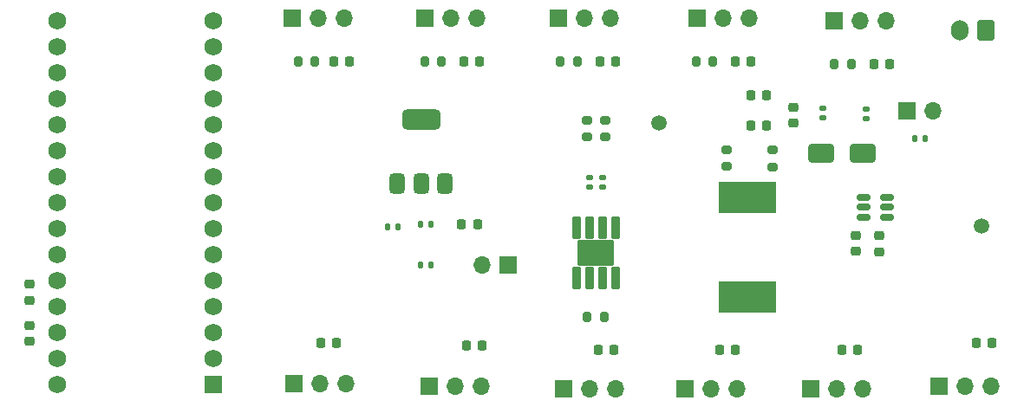
<source format=gbr>
%TF.GenerationSoftware,KiCad,Pcbnew,8.0.7*%
%TF.CreationDate,2024-12-28T13:40:39+03:00*%
%TF.ProjectId,FiveSwitch,46697665-5377-4697-9463-682e6b696361,rev?*%
%TF.SameCoordinates,Original*%
%TF.FileFunction,Soldermask,Top*%
%TF.FilePolarity,Negative*%
%FSLAX46Y46*%
G04 Gerber Fmt 4.6, Leading zero omitted, Abs format (unit mm)*
G04 Created by KiCad (PCBNEW 8.0.7) date 2024-12-28 13:40:39*
%MOMM*%
%LPD*%
G01*
G04 APERTURE LIST*
G04 Aperture macros list*
%AMRoundRect*
0 Rectangle with rounded corners*
0 $1 Rounding radius*
0 $2 $3 $4 $5 $6 $7 $8 $9 X,Y pos of 4 corners*
0 Add a 4 corners polygon primitive as box body*
4,1,4,$2,$3,$4,$5,$6,$7,$8,$9,$2,$3,0*
0 Add four circle primitives for the rounded corners*
1,1,$1+$1,$2,$3*
1,1,$1+$1,$4,$5*
1,1,$1+$1,$6,$7*
1,1,$1+$1,$8,$9*
0 Add four rect primitives between the rounded corners*
20,1,$1+$1,$2,$3,$4,$5,0*
20,1,$1+$1,$4,$5,$6,$7,0*
20,1,$1+$1,$6,$7,$8,$9,0*
20,1,$1+$1,$8,$9,$2,$3,0*%
G04 Aperture macros list end*
%ADD10R,1.700000X1.700000*%
%ADD11O,1.700000X1.700000*%
%ADD12RoundRect,0.200000X0.275000X-0.200000X0.275000X0.200000X-0.275000X0.200000X-0.275000X-0.200000X0*%
%ADD13RoundRect,0.225000X-0.250000X0.225000X-0.250000X-0.225000X0.250000X-0.225000X0.250000X0.225000X0*%
%ADD14RoundRect,0.225000X-0.225000X-0.250000X0.225000X-0.250000X0.225000X0.250000X-0.225000X0.250000X0*%
%ADD15RoundRect,0.200000X-0.275000X0.200000X-0.275000X-0.200000X0.275000X-0.200000X0.275000X0.200000X0*%
%ADD16RoundRect,0.250000X0.600000X0.750000X-0.600000X0.750000X-0.600000X-0.750000X0.600000X-0.750000X0*%
%ADD17O,1.700000X2.000000*%
%ADD18RoundRect,0.200000X-0.200000X-0.275000X0.200000X-0.275000X0.200000X0.275000X-0.200000X0.275000X0*%
%ADD19RoundRect,0.200000X0.200000X0.275000X-0.200000X0.275000X-0.200000X-0.275000X0.200000X-0.275000X0*%
%ADD20RoundRect,0.102000X0.762000X-0.762000X0.762000X0.762000X-0.762000X0.762000X-0.762000X-0.762000X0*%
%ADD21C,1.728000*%
%ADD22RoundRect,0.147500X0.172500X-0.147500X0.172500X0.147500X-0.172500X0.147500X-0.172500X-0.147500X0*%
%ADD23RoundRect,0.225000X0.225000X0.250000X-0.225000X0.250000X-0.225000X-0.250000X0.225000X-0.250000X0*%
%ADD24RoundRect,0.135000X-0.135000X-0.185000X0.135000X-0.185000X0.135000X0.185000X-0.135000X0.185000X0*%
%ADD25RoundRect,0.102000X-2.700000X1.450000X-2.700000X-1.450000X2.700000X-1.450000X2.700000X1.450000X0*%
%ADD26RoundRect,0.225000X0.250000X-0.225000X0.250000X0.225000X-0.250000X0.225000X-0.250000X-0.225000X0*%
%ADD27C,1.500000*%
%ADD28RoundRect,0.375000X0.375000X-0.625000X0.375000X0.625000X-0.375000X0.625000X-0.375000X-0.625000X0*%
%ADD29RoundRect,0.500000X1.400000X-0.500000X1.400000X0.500000X-1.400000X0.500000X-1.400000X-0.500000X0*%
%ADD30RoundRect,0.218750X-0.218750X-0.256250X0.218750X-0.256250X0.218750X0.256250X-0.218750X0.256250X0*%
%ADD31RoundRect,0.140000X-0.170000X0.140000X-0.170000X-0.140000X0.170000X-0.140000X0.170000X0.140000X0*%
%ADD32RoundRect,0.250000X-1.000000X-0.650000X1.000000X-0.650000X1.000000X0.650000X-1.000000X0.650000X0*%
%ADD33RoundRect,0.218750X0.256250X-0.218750X0.256250X0.218750X-0.256250X0.218750X-0.256250X-0.218750X0*%
%ADD34RoundRect,0.150000X-0.512500X-0.150000X0.512500X-0.150000X0.512500X0.150000X-0.512500X0.150000X0*%
%ADD35RoundRect,0.100500X0.301500X-0.986500X0.301500X0.986500X-0.301500X0.986500X-0.301500X-0.986500X0*%
%ADD36RoundRect,0.102000X1.651000X-1.206500X1.651000X1.206500X-1.651000X1.206500X-1.651000X-1.206500X0*%
G04 APERTURE END LIST*
D10*
%TO.C,J11*%
X152210000Y-55725000D03*
D11*
X154750000Y-55725000D03*
X157290000Y-55725000D03*
%TD*%
D12*
%TO.C,R8*%
X168612500Y-70200000D03*
X168612500Y-68550000D03*
%TD*%
D13*
%TO.C,C1*%
X100500000Y-85750000D03*
X100500000Y-87300000D03*
%TD*%
D10*
%TO.C,J7*%
X164560702Y-91935837D03*
D11*
X167100702Y-91935837D03*
X169640702Y-91935837D03*
%TD*%
D10*
%TO.C,J2*%
X139560702Y-91685837D03*
D11*
X142100702Y-91685837D03*
X144640702Y-91685837D03*
%TD*%
D10*
%TO.C,J10*%
X139120000Y-55725000D03*
D11*
X141660000Y-55725000D03*
X144200000Y-55725000D03*
%TD*%
D14*
%TO.C,C17*%
X156200000Y-59975000D03*
X157750000Y-59975000D03*
%TD*%
D10*
%TO.C,J5*%
X186210000Y-64750000D03*
D11*
X188750000Y-64750000D03*
%TD*%
D15*
%TO.C,R3*%
X156750000Y-65705000D03*
X156750000Y-67355000D03*
%TD*%
D16*
%TO.C,J4*%
X193887123Y-56883099D03*
D17*
X191387123Y-56883099D03*
%TD*%
D14*
%TO.C,C3*%
X128950000Y-87435837D03*
X130500000Y-87435837D03*
%TD*%
D18*
%TO.C,R5*%
X126750000Y-59975000D03*
X128400000Y-59975000D03*
%TD*%
D13*
%TO.C,C6*%
X181250000Y-76950000D03*
X181250000Y-78500000D03*
%TD*%
D10*
%TO.C,J8*%
X176810702Y-91935837D03*
D11*
X179350702Y-91935837D03*
X181890702Y-91935837D03*
%TD*%
D19*
%TO.C,R6*%
X156650000Y-84955000D03*
X155000000Y-84955000D03*
%TD*%
D15*
%TO.C,R4*%
X155000000Y-65705000D03*
X155000000Y-67355000D03*
%TD*%
D18*
%TO.C,R12*%
X165600000Y-59975000D03*
X167250000Y-59975000D03*
%TD*%
D20*
%TO.C,TB1*%
X118490000Y-91530000D03*
D21*
X118490000Y-88990000D03*
X118490000Y-86450000D03*
X118490000Y-83910000D03*
X118490000Y-81370000D03*
X118490000Y-78830000D03*
X118490000Y-76290000D03*
X118490000Y-73750000D03*
X118490000Y-71210000D03*
X118490000Y-68670000D03*
X118490000Y-66130000D03*
X118490000Y-63590000D03*
X118490000Y-61050000D03*
X118490000Y-58510000D03*
X118490000Y-55970000D03*
X103250000Y-55970000D03*
X103250000Y-58510000D03*
X103250000Y-61050000D03*
X103250000Y-63590000D03*
X103250000Y-66130000D03*
X103250000Y-68670000D03*
X103250000Y-71210000D03*
X103250000Y-73750000D03*
X103250000Y-76290000D03*
X103250000Y-78830000D03*
X103250000Y-81370000D03*
X103250000Y-83910000D03*
X103250000Y-86450000D03*
X103250000Y-88990000D03*
X103250000Y-91530000D03*
%TD*%
D22*
%TO.C,D2*%
X156500000Y-72250000D03*
X156500000Y-71280000D03*
%TD*%
D18*
%TO.C,R10*%
X139125000Y-59975000D03*
X140775000Y-59975000D03*
%TD*%
D23*
%TO.C,C9*%
X172525000Y-63250000D03*
X170975000Y-63250000D03*
%TD*%
D10*
%TO.C,J9*%
X189350702Y-91685837D03*
D11*
X191890702Y-91685837D03*
X194430702Y-91685837D03*
%TD*%
D13*
%TO.C,C5*%
X183500000Y-77000000D03*
X183500000Y-78550000D03*
%TD*%
D24*
%TO.C,R1*%
X135480000Y-76100000D03*
X136500000Y-76100000D03*
%TD*%
D25*
%TO.C,L1*%
X170612500Y-73250000D03*
X170612500Y-82950000D03*
%TD*%
D26*
%TO.C,C2*%
X100500000Y-83300000D03*
X100500000Y-81750000D03*
%TD*%
D27*
%TO.C,5V1*%
X162000000Y-66000000D03*
%TD*%
D14*
%TO.C,C18*%
X169450000Y-59975000D03*
X171000000Y-59975000D03*
%TD*%
D10*
%TO.C,J6*%
X152640702Y-91935837D03*
D11*
X155180702Y-91935837D03*
X157720702Y-91935837D03*
%TD*%
D28*
%TO.C,Q1*%
X136450000Y-71900000D03*
X138750000Y-71900000D03*
D29*
X138750000Y-65600000D03*
D28*
X141050000Y-71900000D03*
%TD*%
D10*
%TO.C,J3*%
X126210000Y-55725000D03*
D11*
X128750000Y-55725000D03*
X131290000Y-55725000D03*
%TD*%
D30*
%TO.C,D1*%
X142712500Y-75850000D03*
X144287500Y-75850000D03*
%TD*%
D10*
%TO.C,J13*%
X179120000Y-55975000D03*
D11*
X181660000Y-55975000D03*
X184200000Y-55975000D03*
%TD*%
D31*
%TO.C,C10*%
X178000000Y-64520000D03*
X178000000Y-65480000D03*
%TD*%
D14*
%TO.C,C15*%
X192950000Y-87500000D03*
X194500000Y-87500000D03*
%TD*%
D23*
%TO.C,C8*%
X172500000Y-66250000D03*
X170950000Y-66250000D03*
%TD*%
D32*
%TO.C,D4*%
X177862500Y-68950000D03*
X181862500Y-68950000D03*
%TD*%
D15*
%TO.C,R7*%
X173112500Y-68625000D03*
X173112500Y-70275000D03*
%TD*%
D33*
%TO.C,L2*%
X175112500Y-65987500D03*
X175112500Y-64412500D03*
%TD*%
D14*
%TO.C,C19*%
X182950000Y-60225000D03*
X184500000Y-60225000D03*
%TD*%
%TO.C,C16*%
X142950000Y-59975000D03*
X144500000Y-59975000D03*
%TD*%
D22*
%TO.C,D3*%
X155250000Y-72235000D03*
X155250000Y-71265000D03*
%TD*%
D18*
%TO.C,R13*%
X179125000Y-60225000D03*
X180775000Y-60225000D03*
%TD*%
D24*
%TO.C,R14*%
X138740000Y-79850000D03*
X139760000Y-79850000D03*
%TD*%
%TO.C,R9*%
X186975000Y-67500000D03*
X187995000Y-67500000D03*
%TD*%
D10*
%TO.C,J14*%
X147275000Y-79850000D03*
D11*
X144735000Y-79850000D03*
%TD*%
D18*
%TO.C,R11*%
X152350000Y-59975000D03*
X154000000Y-59975000D03*
%TD*%
D14*
%TO.C,C7*%
X130200000Y-59975000D03*
X131750000Y-59975000D03*
%TD*%
%TO.C,C14*%
X179865702Y-88185837D03*
X181415702Y-88185837D03*
%TD*%
%TO.C,C13*%
X167880000Y-88185837D03*
X169430000Y-88185837D03*
%TD*%
D31*
%TO.C,C11*%
X182250000Y-64615000D03*
X182250000Y-65575000D03*
%TD*%
D34*
%TO.C,U1*%
X181975000Y-73250000D03*
X181975000Y-74200000D03*
X181975000Y-75150000D03*
X184250000Y-75150000D03*
X184250000Y-74200000D03*
X184250000Y-73250000D03*
%TD*%
D10*
%TO.C,J1*%
X126350702Y-91435837D03*
D11*
X128890702Y-91435837D03*
X131430702Y-91435837D03*
%TD*%
D14*
%TO.C,C4*%
X143200000Y-87750000D03*
X144750000Y-87750000D03*
%TD*%
D35*
%TO.C,U2*%
X153940000Y-81155000D03*
X155210000Y-81155000D03*
X156480000Y-81155000D03*
X157750000Y-81155000D03*
X157750000Y-76205000D03*
X156480000Y-76205000D03*
X155210000Y-76205000D03*
X153940000Y-76205000D03*
D36*
X155845000Y-78680000D03*
%TD*%
D24*
%TO.C,R2*%
X138740000Y-75850000D03*
X139760000Y-75850000D03*
%TD*%
D10*
%TO.C,J12*%
X165725000Y-55725000D03*
D11*
X168265000Y-55725000D03*
X170805000Y-55725000D03*
%TD*%
D27*
%TO.C,Batt+*%
X193500000Y-76000000D03*
%TD*%
D14*
%TO.C,C12*%
X156020702Y-88185837D03*
X157570702Y-88185837D03*
%TD*%
M02*

</source>
